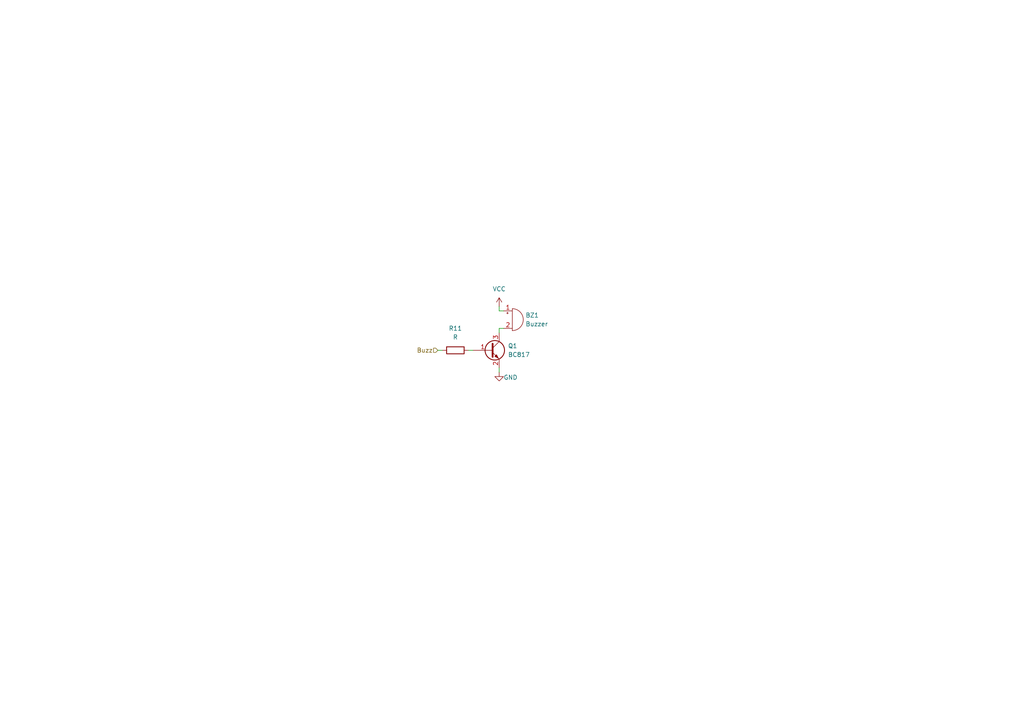
<source format=kicad_sch>
(kicad_sch (version 20231120) (generator "eeschema") (generator_version "8.0")
  (paper "A4")
  (lib_symbols
    (symbol "Device:Buzzer" (pin_names (offset 0.0254) hide)
      (property "Reference" "BZ" (at 3.81 1.27 0))
      (property "Value" "Buzzer" (at 3.81 -1.27 0))
      (symbol "Buzzer_0_1"
        (arc (start 0 -3.175) (mid 3.1612 0) (end 0 3.175))
        (polyline (pts (xy -1.651 1.905) (xy -1.143 1.905)))
        (polyline (pts (xy -1.397 2.159) (xy -1.397 1.651)))
        (polyline (pts (xy 0 3.175) (xy 0 -3.175)))
      )
      (symbol "Buzzer_1_1"
        (pin passive line (at -2.54 2.54 0) (length 2.54) (name "+") (number "1"))
        (pin passive line (at -2.54 -2.54 0) (length 2.54) (name "-") (number "2"))
      )
    )
    (symbol "Device:R" (pin_numbers hide) (pin_names (offset 0))
      (property "Reference" "R" (at 2.032 0 90))
      (property "Value" "R" (at 0 0 90))
      (symbol "R_0_1"
        (rectangle (start -1.016 -2.54) (end 1.016 2.54) (stroke (width 0.254)))
      )
      (symbol "R_1_1"
        (pin passive line (at 0 3.81 270) (length 1.27) (name "~") (number "1"))
        (pin passive line (at 0 -3.81 90) (length 1.27) (name "~") (number "2"))
      )
    )
    (symbol "Transistor_BJT:BC817" (pin_names (offset 0) hide)
      (property "Reference" "Q" (at 5.08 1.905 0))
      (property "Value" "BC817" (at 5.08 0 0))
      (symbol "BC817_0_1"
        (polyline (pts (xy 0.635 0.635) (xy 2.54 2.54)))
        (polyline (pts (xy 0.635 -0.635) (xy 2.54 -2.54) (xy 2.54 -2.54)))
        (polyline (pts (xy 0.635 1.905) (xy 0.635 -1.905) (xy 0.635 -1.905)) (stroke (width 0.508)))
        (polyline (pts (xy 1.27 -1.778) (xy 1.778 -1.27) (xy 2.286 -2.286) (xy 1.27 -1.778) (xy 1.27 -1.778)) (fill (type outline)))
        (circle (center 1.27 0) (radius 2.8194) (stroke (width 0.254)))
      )
      (symbol "BC817_1_1"
        (pin input line (at -5.08 0 0) (length 5.715) (name "B") (number "1"))
        (pin passive line (at 2.54 -5.08 90) (length 2.54) (name "E") (number "2"))
        (pin passive line (at 2.54 5.08 270) (length 2.54) (name "C") (number "3"))
      )
    )
    (symbol "power:GND" (power) (pin_numbers hide) (pin_names (offset 0) hide)
      (property "Value" "GND" (at 0 -3.81 0))
      (symbol "GND_0_1"
        (polyline (pts (xy 0 0) (xy 0 -1.27) (xy 1.27 -1.27) (xy 0 -2.54) (xy -1.27 -1.27) (xy 0 -1.27)))
      )
      (symbol "GND_1_1"
        (pin power_in line (at 0 0 270) (length 0) (name "~") (number "1"))
      )
    )
    (symbol "power:VCC" (power) (pin_numbers hide) (pin_names (offset 0) hide)
      (property "Value" "VCC" (at 0 3.556 0))
      (symbol "VCC_0_1"
        (polyline (pts (xy -0.762 1.27) (xy 0 2.54)))
        (polyline (pts (xy 0 0) (xy 0 2.54)))
        (polyline (pts (xy 0 2.54) (xy 0.762 1.27)))
      )
      (symbol "VCC_1_1"
        (pin power_in line (at 0 0 90) (length 0) (name "~") (number "1"))
      )
    )
  )
  (wire (pts (xy 135.89 101.6) (xy 137.16 101.6)))
  (wire (pts (xy 144.78 90.17) (xy 144.78 88.9)))
  (wire (pts (xy 144.78 106.68) (xy 144.78 107.95)))
  (wire (pts (xy 144.78 95.25) (xy 146.05 95.25)))
  (wire (pts (xy 144.78 95.25) (xy 144.78 96.52)))
  (wire (pts (xy 127 101.6) (xy 128.27 101.6)))
  (wire (pts (xy 144.78 90.17) (xy 146.05 90.17)))
  (hierarchical_label "Buzz" (shape input) (at 127 101.6 180))
  (symbol (lib_id "power:GND") (at 144.78 107.95 0) (unit 1)
    (property "Reference" "#PWR06" (effects (hide yes)))
    (property "Value" "GND" (at 148.082 109.474 0))
    (property "Description" "Power symbol creates a global label with name \"GND\" , ground" (effects (hide yes)))
  )
  (symbol (lib_id "Device:R") (at 132.08 101.6 90) (unit 1)
    (property "Reference" "R11" (at 132.08 95.25 90))
    (property "Value" "R" (at 132.08 97.79 90))
    (property "Description" "Resistor" (effects (hide yes)))
  )
  (symbol (lib_id "Transistor_BJT:BC817") (at 142.24 101.6 0) (unit 1)
    (property "Reference" "Q1" (at 147.32 100.3299 0) (effects (justify left)))
    (property "Value" "BC817" (at 147.32 102.8699 0) (effects (justify left)))
    (property "Footprint" "Package_TO_SOT_SMD:SOT-23" (effects (hide yes)))
    (property "Datasheet" "https://www.onsemi.com/pub/Collateral/BC818-D.pdf" (effects (hide yes)))
    (property "Description" "0.8A Ic, 45V Vce, NPN Transistor, SOT-23" (effects (hide yes)))
  )
  (symbol (lib_id "Device:Buzzer") (at 148.59 92.71 0) (unit 1)
    (property "Reference" "BZ1" (at 152.4 91.4399 0) (effects (justify left)))
    (property "Value" "Buzzer" (at 152.4 93.9799 0) (effects (justify left)))
    (property "Description" "Buzzer, polarized" (effects (hide yes)))
  )
  (symbol (lib_id "power:VCC") (at 144.78 88.9 0) (unit 1)
    (property "Reference" "#PWR03" (effects (hide yes)))
    (property "Value" "VCC" (at 144.78 83.82 0))
    (property "Description" "Power symbol creates a global label with name \"VCC\"" (effects (hide yes)))
  )
)
</source>
